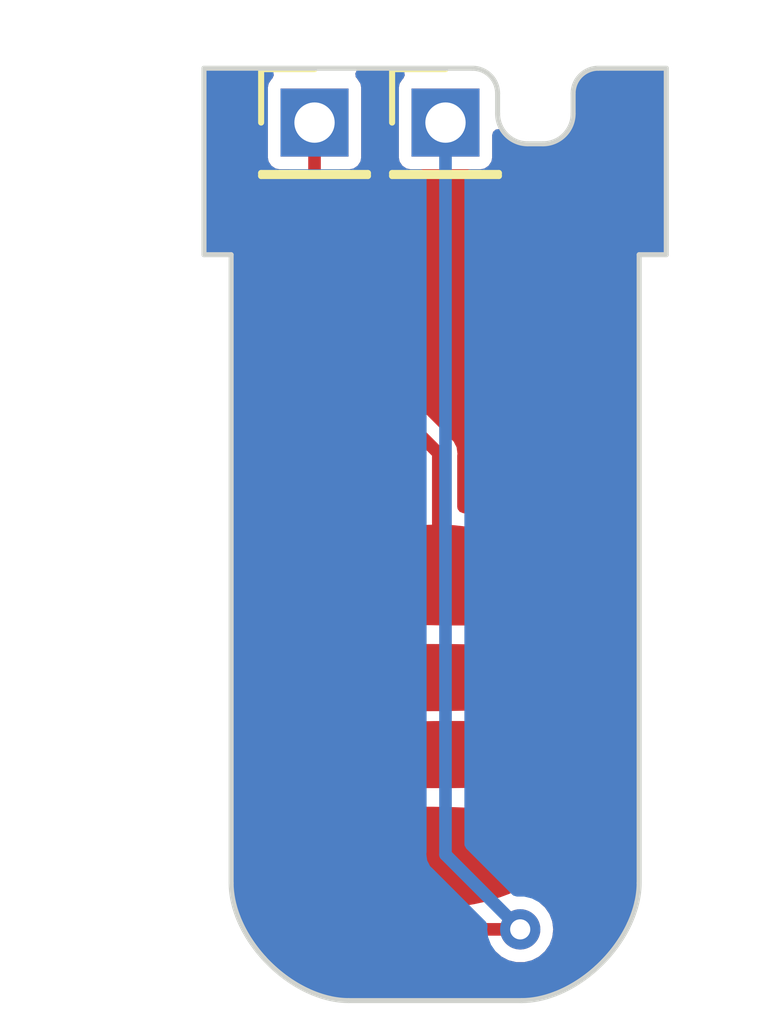
<source format=kicad_pcb>
(kicad_pcb (version 20221018) (generator pcbnew)
  (layers (0 "F.Cu" signal) (31 "B.Cu" signal) (34 "B.Paste" user) (35 "F.Paste" user) (36 "B.SilkS" user "B.Silkscreen") (37 "F.SilkS" user "F.Silkscreen") (38 "B.Mask" user) (39 "F.Mask" user) (44 "Edge.Cuts" user))
  (net 0 "")
  (net 1 "Net-(J1-Pin_1)")
  (net 2 "Net-(J2-Pin_1)")
  (footprint "Connector_PinHeader_2.00mm:PinHeader_1x01_P2.00mm_Vertical" (layer "F.Cu") (at 276.535963 147.415545)
    (fp_text reference "J1" hide)
    (fp_text value "Conn_01x01_Pin")
    (fp_line (start -1.06 -1.06) (end 0 -1.06) (stroke (width 0.12)) (layer "F.SilkS"))
    (fp_line (start -1.06 0) (end -1.06 -1.06) (stroke (width 0.12)) (layer "F.SilkS"))
    (fp_line (start -1.06 1) (end -1.06 1.06) (stroke (width 0.12)) (layer "F.SilkS"))
    (fp_line (start -1.06 1) (end 1.06 1) (stroke (width 0.12)) (layer "F.SilkS"))
    (fp_line (start -1.06 1.06) (end 1.06 1.06) (stroke (width 0.12)) (layer "F.SilkS"))
    (fp_line (start 1.06 1) (end 1.06 1.06) (stroke (width 0.12)) (layer "F.SilkS"))
    (pad "1" thru_hole rect (at 0 0) (size 1.35 1.35) (drill 0.8) (layers "*.Cu" "*.Mask") (net 1 "Net-(J1-Pin_1)"))
  )
  (footprint "Connector_PinHeader_2.00mm:PinHeader_1x01_P2.00mm_Vertical" (layer "F.Cu") (at 279.135963 147.415545)
    (fp_text reference "J2" hide)
    (fp_text value "Conn_01x01_Pin")
    (fp_line (start -1.06 -1.06) (end 0 -1.06) (stroke (width 0.12)) (layer "F.SilkS"))
    (fp_line (start -1.06 0) (end -1.06 -1.06) (stroke (width 0.12)) (layer "F.SilkS"))
    (fp_line (start -1.06 1) (end -1.06 1.06) (stroke (width 0.12)) (layer "F.SilkS"))
    (fp_line (start -1.06 1) (end 1.06 1) (stroke (width 0.12)) (layer "F.SilkS"))
    (fp_line (start -1.06 1.06) (end 1.06 1.06) (stroke (width 0.12)) (layer "F.SilkS"))
    (fp_line (start 1.06 1) (end 1.06 1.06) (stroke (width 0.12)) (layer "F.SilkS"))
    (pad "1" thru_hole rect (at 0 0) (size 1.35 1.35) (drill 0.8) (layers "*.Cu" "*.Mask") (net 2 "Net-(J2-Pin_1)"))
  )
  (footprint "hhl:progcc_bpad" (layer "F.Cu") (at 278.992878 159.186923)
    (fp_text reference "SW1" hide)
    (fp_text value "SW_Push" hide)
    (pad "1" smd custom (at 0 2.794 270) (size 0.95 1.7) (layers "F.Cu") (net 2 "Net-(J2-Pin_1)") (options (clearance outline) (anchor rect)) (primitives (gr_poly (pts (arc (start -0.739 3.146309) (mid 0.588913 -1.622312) (end -3.969 -3.553263)) (arc (start -3.969 -3.553263) (mid -4.163901 -0.533431) (end -4.076247 2.491415)) (arc (start -4.076247 2.491415) (mid -3.56014 2.632291) (end -3.025575 2.611119)) (arc (start -3.025575 2.611119) (mid -2.941643 -0.309601) (end -3.139 -3.224854)) (arc (start -3.139 -3.224854) (mid -1.867999 -3.110531) (end -0.739 -2.515659)) (arc (start -0.739 -2.515659) (mid -0.941401 0.315325) (end -0.739 3.146309))) (width 0.1) (fill yes))))
    (pad "2" smd custom (at 0 -2.7432 270) (size 0.95 1.7) (layers "F.Cu") (net 1 "Net-(J1-Pin_1)") (options (clearance outline) (anchor rect)) (primitives (gr_poly (pts (arc (start 2.984775 -2.598629) (mid 2.900842 0.322091) (end 3.0982 3.237344)) (arc (start 3.0982 3.237344) (mid 1.827203 3.123011) (end 0.6982 2.528149)) (arc (start 0.6982 2.528149) (mid 0.9006 -0.302835) (end 0.6982 -3.133819)) (arc (start 0.6982 -3.133819) (mid -0.629711 1.634808) (end 3.9282 3.565754)) (arc (start 3.9282 3.565754) (mid 4.123102 0.545922) (end 4.035446 -2.478924)) (arc (start 4.035446 -2.478924) (mid 3.519343 -2.619811) (end 2.984775 -2.598629))) (width 0.1) (fill yes))))
    (zone (net 0) (net_name "") (layer "F.Cu") (name "Keepout") (connect_pads (clearance 0)) (min_thickness 0.25)
      (keepout (tracks allowed) (vias allowed) (pads allowed) (copperpour not_allowed) (footprints allowed))
      (fill (thermal_gap 0.5) (thermal_bridge_width 0.5))
      (polygon (pts (xy 282.845626 159.177089) (xy 282.825873 158.787591) (xy 282.766816 158.40209) (xy 282.669062 158.024541) (xy 282.533614 157.658819) (xy 282.36186 157.308676) (xy 282.155565 156.977706) (xy 281.916845 156.669305) (xy 281.648149 156.386637) (xy 281.352234 156.132602) (xy 281.032137 155.909809) (xy 280.691143 155.720542) (xy 280.332751 155.566743) (xy 279.960638 155.449992) (xy 279.578623 155.371486) (xy 279.190625 155.33203) (xy 278.800627 155.33203) (xy 278.412629 155.371486) (xy 278.030614 155.449992) (xy 277.658501 155.566743) (xy 277.300109 155.720542) (xy 276.959115 155.909809) (xy 276.639018 156.132602) (xy 276.343103 156.386637) (xy 276.074407 156.669305) (xy 275.835687 156.977706) (xy 275.629392 157.308676) (xy 275.457638 157.658819) (xy 275.32219 158.024541) (xy 275.224436 158.40209) (xy 275.165379 158.787591) (xy 275.145626 159.177089) (xy 275.165379 159.566587) (xy 275.224436 159.952088) (xy 275.32219 160.329637) (xy 275.457638 160.695359) (xy 275.629392 161.045502) (xy 275.835687 161.376472) (xy 276.074407 161.684873) (xy 276.343103 161.967541) (xy 276.639018 162.221576) (xy 276.959115 162.444369) (xy 277.300109 162.633636) (xy 277.658501 162.787435) (xy 278.030614 162.904186) (xy 278.412629 162.982692) (xy 278.800627 163.022148) (xy 279.190625 163.022148) (xy 279.578623 162.982692) (xy 279.960638 162.904186) (xy 280.332751 162.787435) (xy 280.691143 162.633636) (xy 281.032137 162.444369) (xy 281.352234 162.221576) (xy 281.648149 161.967541) (xy 281.916845 161.684873) (xy 282.155565 161.376472) (xy 282.36186 161.045502) (xy 282.533614 160.695359) (xy 282.669062 160.329637) (xy 282.766816 159.952088) (xy 282.825873 159.566587)))
    )
  )
  (gr_arc (start 279.66998 146.336923) (mid 280.023533 146.48337) (end 280.16998 146.836923) (stroke (width 0.1)) (layer "Edge.Cuts"))
  (gr_curve (pts (xy 276.4028 164.6428) (xy 276.540626 164.706826) (xy 276.685291 164.758241) (xy 276.833249 164.792104)) (stroke (width 0.1)) (layer "Edge.Cuts"))
  (gr_arc (start 281.66998 146.836923) (mid 281.816427 146.48337) (end 282.16998 146.336923) (stroke (width 0.1)) (layer "Edge.Cuts"))
  (gr_curve (pts (xy 275.014104 163.172703) (xy 275.126471 163.463154) (xy 275.304697 163.746172) (xy 275.532425 163.995876)) (stroke (width 0.1)) (layer "Edge.Cuts"))
  (gr_curve (pts (xy 281.316071 164.70311) (xy 281.606522 164.590743) (xy 281.88954 164.412517) (xy 282.139244 164.184789)) (stroke (width 0.1)) (layer "Edge.Cuts"))
  (gr_line (start 283.518746 146.336923) (end 282.16998 146.336923) (stroke (width 0.1)) (layer "Edge.Cuts"))
  (gr_curve (pts (xy 274.880291 162.503471) (xy 274.880291 162.716513) (xy 274.925413 162.943454) (xy 275.014104 163.172703)) (stroke (width 0.1)) (layer "Edge.Cuts"))
  (gr_curve (pts (xy 276.833249 164.792104) (xy 276.957942 164.820642) (xy 277.085972 164.836923) (xy 277.213743 164.836923)) (stroke (width 0.1)) (layer "Edge.Cuts"))
  (gr_curve (pts (xy 282.139244 164.184789) (xy 282.414371 163.933876) (xy 282.638396 163.63252) (xy 282.786168 163.314414)) (stroke (width 0.1)) (layer "Edge.Cuts"))
  (gr_line (start 274.880291 150.036923) (end 274.880291 162.503471) (stroke (width 0.1)) (layer "Edge.Cuts"))
  (gr_curve (pts (xy 280.646839 164.836923) (xy 280.859881 164.836923) (xy 281.086822 164.791801) (xy 281.316071 164.70311)) (stroke (width 0.1)) (layer "Edge.Cuts"))
  (gr_line (start 281.06998 147.836923) (end 280.76998 147.836923) (stroke (width 0.1)) (layer "Edge.Cuts"))
  (gr_line (start 280.16998 147.236923) (end 280.16998 146.836923) (stroke (width 0.1)) (layer "Edge.Cuts"))
  (gr_line (start 283.518746 150.036923) (end 283.518746 146.336923) (stroke (width 0.1)) (layer "Edge.Cuts"))
  (gr_line (start 281.66998 146.836923) (end 281.66998 147.236923) (stroke (width 0.1)) (layer "Edge.Cuts"))
  (gr_arc (start 281.66998 147.236923) (mid 281.494244 147.661187) (end 281.06998 147.836923) (stroke (width 0.1)) (layer "Edge.Cuts"))
  (gr_curve (pts (xy 282.786168 163.314414) (xy 282.850194 163.176588) (xy 282.901609 163.031923) (xy 282.935472 162.883965)) (stroke (width 0.1)) (layer "Edge.Cuts"))
  (gr_line (start 274.341836 150.036923) (end 274.880291 150.036923) (stroke (width 0.1)) (layer "Edge.Cuts"))
  (gr_line (start 279.66998 146.336923) (end 274.341836 146.336923) (stroke (width 0.1)) (layer "Edge.Cuts"))
  (gr_line (start 277.213743 164.836923) (end 280.646839 164.836923) (stroke (width 0.1)) (layer "Edge.Cuts"))
  (gr_line (start 274.341836 146.336923) (end 274.341836 150.036923) (stroke (width 0.1)) (layer "Edge.Cuts"))
  (gr_arc (start 280.76998 147.836923) (mid 280.345716 147.661187) (end 280.16998 147.236923) (stroke (width 0.1)) (layer "Edge.Cuts"))
  (gr_curve (pts (xy 275.532425 163.995876) (xy 275.783338 164.271003) (xy 276.084694 164.495028) (xy 276.4028 164.6428)) (stroke (width 0.1)) (layer "Edge.Cuts"))
  (gr_line (start 282.980291 150.036923) (end 283.518746 150.036923) (stroke (width 0.1)) (layer "Edge.Cuts"))
  (gr_curve (pts (xy 282.935472 162.883965) (xy 282.96401 162.759272) (xy 282.980291 162.631242) (xy 282.980291 162.503471)) (stroke (width 0.1)) (layer "Edge.Cuts"))
  (gr_line (start 282.980291 162.503471) (end 282.980291 150.036923) (stroke (width 0.1)) (layer "Edge.Cuts"))
  (segment (start 276.535963 147.415545) (end 276.535963 151.517163) (width 0.25) (layer "F.Cu") (net 1))
  (segment (start 276.535963 151.517163) (end 278.992878 153.974078) (width 0.25) (layer "F.Cu") (net 1))
  (segment (start 278.992878 153.974078) (end 278.992878 156.443723) (width 0.25) (layer "F.Cu") (net 1))
  (segment (start 280.6192 163.4236) (end 279.4508 163.4236) (width 0.25) (layer "F.Cu") (net 2))
  (segment (start 278.992878 162.965678) (end 278.992878 161.980923) (width 0.25) (layer "F.Cu") (net 2))
  (segment (start 279.4508 163.4236) (end 278.992878 162.965678) (width 0.25) (layer "F.Cu") (net 2))
  (via (at 280.6192 163.4236) (size 0.8) (drill 0.4) (layers "F.Cu" "B.Cu") (net 2))
  (segment (start 279.135963 161.940363) (end 280.6192 163.4236) (width 0.25) (layer "B.Cu") (net 2))
  (segment (start 279.135963 147.415545) (end 279.135963 161.940363) (width 0.25) (layer "B.Cu") (net 2))
  (zone (net 0) (net_name "") (layers "F&B.Cu") (connect_pads (clearance 0.25)) (min_thickness 0.25) (fill yes (thermal_gap 0.5) (thermal_bridge_width 0.5) (island_removal_mode 1) (island_area_min 10))
    (polygon (pts (xy 273.4564 144.9832) (xy 284.3276 144.9832) (xy 284.3276 165.3032) (xy 273.4564 165.3032)))
  )
)
</source>
